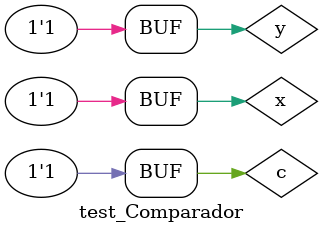
<source format=v>

module Comparador (output s, input  a, input  b, input c);
	wire notA,notB,notC,and1,and2;
	
	not NOT1 (notA, a);
	not NOT2 (notB, b);
	not NOT3 (notC, c);
	and AND1 (and1, notA, notB, notC);
	and AND2 (and2, a, b, c);
	or  OR1  (s, and1, and2);
endmodule // Comparador

module test_Comparador;
// ------------------------- definir dados
   reg x;
	reg y;
	reg c;
	wire s;
	
	Comparador igualdade (s, x, y, c);
	
	initial begin: start
		x = 0; 
		y = 0;
		c = 0;
	end
	
// ------------------------- parte principal
   initial begin
      $display("Exemplo0023 - Marcio Santana Correa -  345368");
      $display("Test ALU's comparador");
		$display("a b c = s");
      $monitor("%b %b %b = %b",x,y,c,s); 
		#1 x = 0; y = 0; c = 1;  
		#1 x = 0; y = 1; c = 0;
		#1 x = 0; y = 1; c = 1;
		#1 x = 1; y = 0; c = 0;
		#1 x = 1; y = 0; c = 1;
		#1 x = 1; y = 1; c = 0;
		#1 x = 1; y = 1; c = 1;
   end
endmodule // test_Comparador
/*
    Exemplo0023 - Marcio Santana Correa -  345368
    Test ALU's comparador
    a b c = s
    0 0 0 = 1
    0 0 1 = 0
    0 1 0 = 0
    0 1 1 = 0
    1 0 0 = 0
    1 0 1 = 0
    1 1 0 = 0
    1 1 1 = 1
*/
</source>
